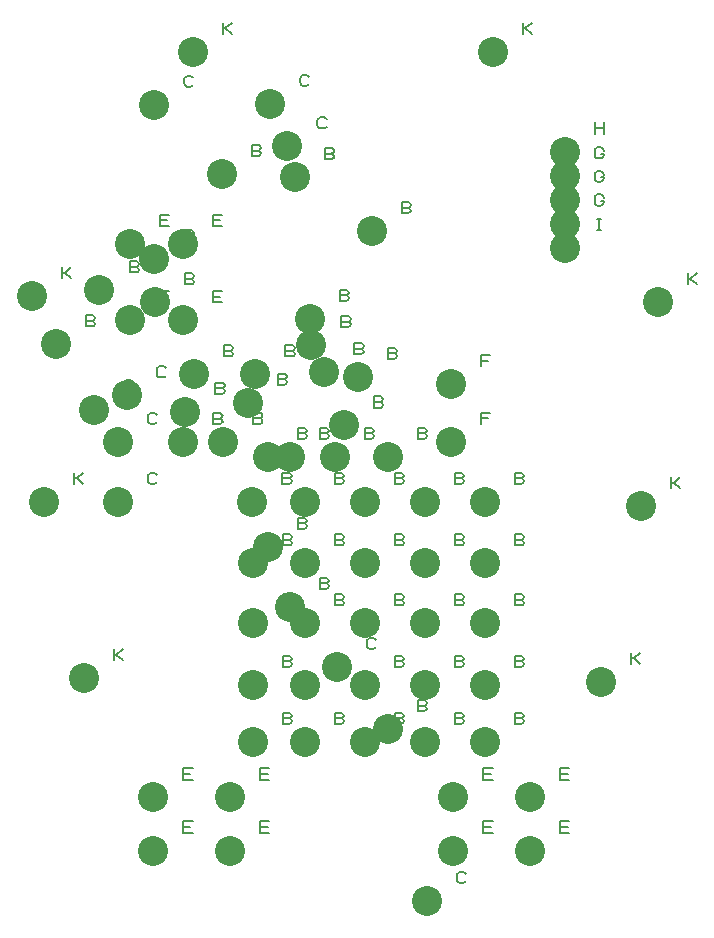
<source format=gbr>
%FSLAX23Y23*%
%MOIN*%
G04 EasyPC Gerber Version 17.0 Build 3379 *
%ADD70C,0.00500*%
%ADD19C,0.10000*%
X0Y0D02*
D02*
D19*
X253Y2513D03*
X293Y1828D03*
X333Y2353D03*
X425Y1240D03*
X458Y2135D03*
X477Y2533D03*
X538Y1828D03*
Y2028D03*
X568Y2183D03*
X578Y2433D03*
Y2688D03*
X656Y665D03*
Y842D03*
X659Y3151D03*
X661Y2637D03*
X663Y2493D03*
X755Y2433D03*
Y2688D03*
X756Y2027D03*
X764Y2128D03*
X788Y3328D03*
X793Y2253D03*
X886Y2920D03*
X890Y2028D03*
X913Y665D03*
Y842D03*
X972Y2158D03*
X987Y1828D03*
X988Y1028D03*
Y1218D03*
Y1423D03*
Y1623D03*
X997Y2253D03*
X1038Y1678D03*
Y1978D03*
X1045Y3154D03*
X1103Y3013D03*
X1113Y1478D03*
Y1978D03*
X1129Y2910D03*
X1163Y1028D03*
Y1218D03*
Y1423D03*
Y1623D03*
Y1828D03*
X1178Y2438D03*
X1184Y2350D03*
X1227Y2259D03*
X1263Y1978D03*
X1268Y1278D03*
X1293Y2082D03*
X1338Y2244D03*
X1363Y1028D03*
Y1218D03*
Y1423D03*
Y1623D03*
Y1828D03*
X1385Y2729D03*
X1438Y1069D03*
Y1978D03*
X1563Y1028D03*
Y1218D03*
Y1423D03*
Y1623D03*
Y1828D03*
X1568Y498D03*
X1649Y2028D03*
Y2220D03*
X1657Y665D03*
Y842D03*
X1763Y1028D03*
Y1218D03*
Y1423D03*
Y1623D03*
Y1828D03*
X1788Y3328D03*
X1913Y665D03*
Y842D03*
X2028Y2672D03*
Y2755D03*
Y2834D03*
Y2913D03*
Y2995D03*
X2150Y1228D03*
X2283Y1813D03*
X2338Y2492D03*
D02*
D70*
X353Y2572D02*
Y2609D01*
Y2591D02*
X362D01*
X384Y2609*
X362Y2591D02*
X384Y2572D01*
X393Y1887D02*
Y1924D01*
Y1906D02*
X402D01*
X424Y1924*
X402Y1906D02*
X424Y1887D01*
X454Y2431D02*
X461Y2428D01*
X464Y2421*
X461Y2415*
X454Y2412*
X433*
Y2449*
X454*
X461Y2446*
X464Y2440*
X461Y2434*
X454Y2431*
X433*
X525Y1299D02*
Y1337D01*
Y1318D02*
X534D01*
X556Y1337*
X534Y1318D02*
X556Y1299D01*
X589Y2201D02*
X586Y2198D01*
X580Y2195*
X571*
X564Y2198*
X561Y2201*
X558Y2207*
Y2220*
X561Y2226*
X564Y2229*
X571Y2232*
X580*
X586Y2229*
X589Y2226*
X599Y2611D02*
X606Y2608D01*
X609Y2601*
X606Y2595*
X599Y2592*
X578*
Y2629*
X599*
X606Y2626*
X609Y2620*
X606Y2614*
X599Y2611*
X578*
X669Y1893D02*
X666Y1890D01*
X659Y1887*
X650*
X644Y1890*
X641Y1893*
X638Y1899*
Y1912*
X641Y1918*
X644Y1921*
X650Y1924*
X659*
X666Y1921*
X669Y1918*
Y2093D02*
X666Y2090D01*
X659Y2087*
X650*
X644Y2090*
X641Y2093*
X638Y2099*
Y2112*
X641Y2118*
X644Y2121*
X650Y2124*
X659*
X666Y2121*
X669Y2118*
X699Y2248D02*
X696Y2245D01*
X689Y2242*
X680*
X674Y2245*
X671Y2248*
X668Y2254*
Y2267*
X671Y2273*
X674Y2276*
X680Y2279*
X689*
X696Y2276*
X699Y2273*
X678Y2492D02*
Y2529D01*
X709*
X703Y2511D02*
X678D01*
Y2492D02*
X709D01*
X678Y2748D02*
Y2785D01*
X709*
X703Y2767D02*
X678D01*
Y2748D02*
X709D01*
X756Y724D02*
Y762D01*
X788*
X781Y743D02*
X756D01*
Y724D02*
X788D01*
X756Y901D02*
Y939D01*
X788*
X781Y920D02*
X756D01*
Y901D02*
X788D01*
X790Y3217D02*
X787Y3214D01*
X781Y3211*
X771*
X765Y3214*
X762Y3217*
X759Y3223*
Y3236*
X762Y3242*
X765Y3245*
X771Y3248*
X781*
X787Y3245*
X790Y3242*
X783Y2715D02*
X790Y2712D01*
X793Y2706*
X790Y2700*
X783Y2696*
X761*
Y2734*
X783*
X790Y2731*
X793Y2725*
X790Y2718*
X783Y2715*
X761*
X784Y2571D02*
X791Y2568D01*
X794Y2561*
X791Y2555*
X784Y2552*
X763*
Y2589*
X784*
X791Y2586*
X794Y2580*
X791Y2574*
X784Y2571*
X763*
X855Y2492D02*
Y2529D01*
X886*
X880Y2511D02*
X855D01*
Y2492D02*
X886D01*
X855Y2748D02*
Y2785D01*
X886*
X880Y2767D02*
X855D01*
Y2748D02*
X886D01*
X878Y2105D02*
X884Y2102D01*
X888Y2095*
X884Y2089*
X878Y2086*
X856*
Y2124*
X878*
X884Y2120*
X888Y2114*
X884Y2108*
X878Y2105*
X856*
X886Y2206D02*
X892Y2203D01*
X895Y2197*
X892Y2190*
X886Y2187*
X864*
Y2225*
X886*
X892Y2222*
X895Y2215*
X892Y2209*
X886Y2206*
X864*
X888Y3387D02*
Y3424D01*
Y3406D02*
X897D01*
X919Y3424*
X897Y3406D02*
X919Y3387D01*
X914Y2331D02*
X921Y2328D01*
X924Y2321*
X921Y2315*
X914Y2312*
X892*
Y2349*
X914*
X921Y2346*
X924Y2340*
X921Y2334*
X914Y2331*
X892*
X1008Y2998D02*
X1014Y2995D01*
X1017Y2989*
X1014Y2983*
X1008Y2980*
X986*
Y3017*
X1008*
X1014Y3014*
X1017Y3008*
X1014Y3002*
X1008Y2998*
X986*
X1012Y2106D02*
X1018Y2103D01*
X1021Y2097*
X1018Y2090*
X1012Y2087*
X990*
Y2125*
X1012*
X1018Y2122*
X1021Y2115*
X1018Y2109*
X1012Y2106*
X990*
X1013Y724D02*
Y762D01*
X1044*
X1038Y743D02*
X1013D01*
Y724D02*
X1044D01*
X1013Y901D02*
Y939D01*
X1044*
X1038Y920D02*
X1013D01*
Y901D02*
X1044D01*
X1094Y2236D02*
X1100Y2233D01*
X1103Y2227*
X1100Y2220*
X1094Y2217*
X1072*
Y2255*
X1094*
X1100Y2252*
X1103Y2245*
X1100Y2239*
X1094Y2236*
X1072*
X1109Y1906D02*
X1115Y1903D01*
X1118Y1896*
X1115Y1890*
X1109Y1887*
X1087*
Y1924*
X1109*
X1115Y1921*
X1118Y1915*
X1115Y1909*
X1109Y1906*
X1087*
X1109Y1106D02*
X1116Y1103D01*
X1119Y1096*
X1116Y1090*
X1109Y1087*
X1088*
Y1124*
X1109*
X1116Y1121*
X1119Y1115*
X1116Y1109*
X1109Y1106*
X1088*
X1109Y1296D02*
X1116Y1293D01*
X1119Y1286*
X1116Y1280*
X1109Y1277*
X1088*
Y1314*
X1109*
X1116Y1311*
X1119Y1305*
X1116Y1299*
X1109Y1296*
X1088*
X1109Y1501D02*
X1116Y1498D01*
X1119Y1491*
X1116Y1485*
X1109Y1482*
X1088*
Y1519*
X1109*
X1116Y1516*
X1119Y1510*
X1116Y1504*
X1109Y1501*
X1088*
X1109Y1701D02*
X1116Y1698D01*
X1119Y1691*
X1116Y1685*
X1109Y1682*
X1088*
Y1719*
X1109*
X1116Y1716*
X1119Y1710*
X1116Y1704*
X1109Y1701*
X1088*
X1119Y2331D02*
X1125Y2328D01*
X1128Y2321*
X1125Y2315*
X1119Y2312*
X1097*
Y2350*
X1119*
X1125Y2346*
X1128Y2340*
X1125Y2334*
X1119Y2331*
X1097*
X1159Y1756D02*
X1166Y1753D01*
X1169Y1746*
X1166Y1740*
X1159Y1737*
X1138*
Y1774*
X1159*
X1166Y1771*
X1169Y1765*
X1166Y1759*
X1159Y1756*
X1138*
X1159Y2056D02*
X1166Y2053D01*
X1169Y2046*
X1166Y2040*
X1159Y2037*
X1138*
Y2074*
X1159*
X1166Y2071*
X1169Y2065*
X1166Y2059*
X1159Y2056*
X1138*
X1176Y3219D02*
X1173Y3216D01*
X1166Y3213*
X1157*
X1151Y3216*
X1148Y3219*
X1145Y3226*
Y3238*
X1148Y3244*
X1151Y3247*
X1157Y3251*
X1166*
X1173Y3247*
X1176Y3244*
X1235Y3078D02*
X1231Y3075D01*
X1225Y3072*
X1216*
X1210Y3075*
X1206Y3078*
X1203Y3085*
Y3097*
X1206Y3103*
X1210Y3106*
X1216Y3110*
X1225*
X1231Y3106*
X1235Y3103*
X1234Y1556D02*
X1241Y1553D01*
X1244Y1546*
X1241Y1540*
X1234Y1537*
X1213*
Y1574*
X1234*
X1241Y1571*
X1244Y1565*
X1241Y1559*
X1234Y1556*
X1213*
X1234Y2056D02*
X1241Y2053D01*
X1244Y2046*
X1241Y2040*
X1234Y2037*
X1213*
Y2074*
X1234*
X1241Y2071*
X1244Y2065*
X1241Y2059*
X1234Y2056*
X1213*
X1251Y2988D02*
X1258Y2985D01*
X1261Y2979*
X1258Y2973*
X1251Y2970*
X1229*
Y3007*
X1251*
X1258Y3004*
X1261Y2998*
X1258Y2992*
X1251Y2988*
X1229*
X1284Y1106D02*
X1291Y1103D01*
X1294Y1096*
X1291Y1090*
X1284Y1087*
X1263*
Y1124*
X1284*
X1291Y1121*
X1294Y1115*
X1291Y1109*
X1284Y1106*
X1263*
X1284Y1296D02*
X1291Y1293D01*
X1294Y1286*
X1291Y1280*
X1284Y1277*
X1263*
Y1314*
X1284*
X1291Y1311*
X1294Y1305*
X1291Y1299*
X1284Y1296*
X1263*
X1284Y1501D02*
X1291Y1498D01*
X1294Y1491*
X1291Y1485*
X1284Y1482*
X1263*
Y1519*
X1284*
X1291Y1516*
X1294Y1510*
X1291Y1504*
X1284Y1501*
X1263*
X1284Y1701D02*
X1291Y1698D01*
X1294Y1691*
X1291Y1685*
X1284Y1682*
X1263*
Y1719*
X1284*
X1291Y1716*
X1294Y1710*
X1291Y1704*
X1284Y1701*
X1263*
X1284Y1906D02*
X1291Y1903D01*
X1294Y1896*
X1291Y1890*
X1284Y1887*
X1263*
Y1924*
X1284*
X1291Y1921*
X1294Y1915*
X1291Y1909*
X1284Y1906*
X1263*
X1299Y2516D02*
X1306Y2513D01*
X1309Y2506*
X1306Y2500*
X1299Y2497*
X1278*
Y2534*
X1299*
X1306Y2531*
X1309Y2525*
X1306Y2519*
X1299Y2516*
X1278*
X1306Y2428D02*
X1313Y2425D01*
X1316Y2419*
X1313Y2412*
X1306Y2409*
X1284*
Y2447*
X1306*
X1313Y2444*
X1316Y2437*
X1313Y2431*
X1306Y2428*
X1284*
X1349Y2338D02*
X1356Y2334D01*
X1359Y2328*
X1356Y2322*
X1349Y2319*
X1327*
Y2356*
X1349*
X1356Y2353*
X1359Y2347*
X1356Y2341*
X1349Y2338*
X1327*
X1384Y2056D02*
X1391Y2053D01*
X1394Y2046*
X1391Y2040*
X1384Y2037*
X1363*
Y2074*
X1384*
X1391Y2071*
X1394Y2065*
X1391Y2059*
X1384Y2056*
X1363*
X1399Y1343D02*
X1396Y1340D01*
X1389Y1337*
X1380*
X1374Y1340*
X1371Y1343*
X1368Y1349*
Y1362*
X1371Y1368*
X1374Y1371*
X1380Y1374*
X1389*
X1396Y1371*
X1399Y1368*
X1415Y2160D02*
X1421Y2157D01*
X1424Y2150*
X1421Y2144*
X1415Y2141*
X1393*
Y2179*
X1415*
X1421Y2175*
X1424Y2169*
X1421Y2163*
X1415Y2160*
X1393*
X1460Y2322D02*
X1466Y2319D01*
X1469Y2313*
X1466Y2306*
X1460Y2303*
X1438*
Y2341*
X1460*
X1466Y2338*
X1469Y2331*
X1466Y2325*
X1460Y2322*
X1438*
X1484Y1106D02*
X1491Y1103D01*
X1494Y1096*
X1491Y1090*
X1484Y1087*
X1463*
Y1124*
X1484*
X1491Y1121*
X1494Y1115*
X1491Y1109*
X1484Y1106*
X1463*
X1484Y1296D02*
X1491Y1293D01*
X1494Y1286*
X1491Y1280*
X1484Y1277*
X1463*
Y1314*
X1484*
X1491Y1311*
X1494Y1305*
X1491Y1299*
X1484Y1296*
X1463*
X1484Y1501D02*
X1491Y1498D01*
X1494Y1491*
X1491Y1485*
X1484Y1482*
X1463*
Y1519*
X1484*
X1491Y1516*
X1494Y1510*
X1491Y1504*
X1484Y1501*
X1463*
X1484Y1701D02*
X1491Y1698D01*
X1494Y1691*
X1491Y1685*
X1484Y1682*
X1463*
Y1719*
X1484*
X1491Y1716*
X1494Y1710*
X1491Y1704*
X1484Y1701*
X1463*
X1484Y1906D02*
X1491Y1903D01*
X1494Y1896*
X1491Y1890*
X1484Y1887*
X1463*
Y1924*
X1484*
X1491Y1921*
X1494Y1915*
X1491Y1909*
X1484Y1906*
X1463*
X1507Y2808D02*
X1513Y2804D01*
X1517Y2798*
X1513Y2792*
X1507Y2789*
X1485*
Y2826*
X1507*
X1513Y2823*
X1517Y2817*
X1513Y2811*
X1507Y2808*
X1485*
X1559Y1148D02*
X1566Y1144D01*
X1569Y1138*
X1566Y1132*
X1559Y1129*
X1538*
Y1166*
X1559*
X1566Y1163*
X1569Y1157*
X1566Y1151*
X1559Y1148*
X1538*
X1559Y2056D02*
X1566Y2053D01*
X1569Y2046*
X1566Y2040*
X1559Y2037*
X1538*
Y2074*
X1559*
X1566Y2071*
X1569Y2065*
X1566Y2059*
X1559Y2056*
X1538*
X1684Y1106D02*
X1691Y1103D01*
X1694Y1096*
X1691Y1090*
X1684Y1087*
X1663*
Y1124*
X1684*
X1691Y1121*
X1694Y1115*
X1691Y1109*
X1684Y1106*
X1663*
X1684Y1296D02*
X1691Y1293D01*
X1694Y1286*
X1691Y1280*
X1684Y1277*
X1663*
Y1314*
X1684*
X1691Y1311*
X1694Y1305*
X1691Y1299*
X1684Y1296*
X1663*
X1684Y1501D02*
X1691Y1498D01*
X1694Y1491*
X1691Y1485*
X1684Y1482*
X1663*
Y1519*
X1684*
X1691Y1516*
X1694Y1510*
X1691Y1504*
X1684Y1501*
X1663*
X1684Y1701D02*
X1691Y1698D01*
X1694Y1691*
X1691Y1685*
X1684Y1682*
X1663*
Y1719*
X1684*
X1691Y1716*
X1694Y1710*
X1691Y1704*
X1684Y1701*
X1663*
X1684Y1906D02*
X1691Y1903D01*
X1694Y1896*
X1691Y1890*
X1684Y1887*
X1663*
Y1924*
X1684*
X1691Y1921*
X1694Y1915*
X1691Y1909*
X1684Y1906*
X1663*
X1699Y563D02*
X1696Y560D01*
X1689Y557*
X1680*
X1674Y560*
X1671Y563*
X1668Y569*
Y582*
X1671Y588*
X1674Y591*
X1680Y594*
X1689*
X1696Y591*
X1699Y588*
X1749Y2087D02*
Y2125D01*
X1780*
X1774Y2106D02*
X1749D01*
Y2279D02*
Y2317D01*
X1780*
X1774Y2298D02*
X1749D01*
X1756Y724D02*
Y762D01*
X1788*
X1782Y743D02*
X1756D01*
Y724D02*
X1788D01*
X1756Y901D02*
Y939D01*
X1788*
X1782Y920D02*
X1756D01*
Y901D02*
X1788D01*
X1884Y1106D02*
X1891Y1103D01*
X1894Y1096*
X1891Y1090*
X1884Y1087*
X1863*
Y1124*
X1884*
X1891Y1121*
X1894Y1115*
X1891Y1109*
X1884Y1106*
X1863*
X1884Y1296D02*
X1891Y1293D01*
X1894Y1286*
X1891Y1280*
X1884Y1277*
X1863*
Y1314*
X1884*
X1891Y1311*
X1894Y1305*
X1891Y1299*
X1884Y1296*
X1863*
X1884Y1501D02*
X1891Y1498D01*
X1894Y1491*
X1891Y1485*
X1884Y1482*
X1863*
Y1519*
X1884*
X1891Y1516*
X1894Y1510*
X1891Y1504*
X1884Y1501*
X1863*
X1884Y1701D02*
X1891Y1698D01*
X1894Y1691*
X1891Y1685*
X1884Y1682*
X1863*
Y1719*
X1884*
X1891Y1716*
X1894Y1710*
X1891Y1704*
X1884Y1701*
X1863*
X1884Y1906D02*
X1891Y1903D01*
X1894Y1896*
X1891Y1890*
X1884Y1887*
X1863*
Y1924*
X1884*
X1891Y1921*
X1894Y1915*
X1891Y1909*
X1884Y1906*
X1863*
X1888Y3387D02*
Y3424D01*
Y3406D02*
X1897D01*
X1919Y3424*
X1897Y3406D02*
X1919Y3387D01*
X2013Y724D02*
Y762D01*
X2044*
X2038Y743D02*
X2013D01*
Y724D02*
X2044D01*
X2013Y901D02*
Y939D01*
X2044*
X2038Y920D02*
X2013D01*
Y901D02*
X2044D01*
X2137Y2732D02*
X2150D01*
X2144D02*
Y2769D01*
X2137D02*
X2150D01*
Y2830D02*
X2159D01*
Y2827*
X2156Y2821*
X2153Y2818*
X2147Y2814*
X2141*
X2134Y2818*
X2131Y2821*
X2128Y2827*
Y2839*
X2131Y2846*
X2134Y2849*
X2141Y2852*
X2147*
X2153Y2849*
X2156Y2846*
X2159Y2839*
X2150Y2909D02*
X2159D01*
Y2906*
X2156Y2899*
X2153Y2896*
X2147Y2893*
X2141*
X2134Y2896*
X2131Y2899*
X2128Y2906*
Y2918*
X2131Y2924*
X2134Y2928*
X2141Y2931*
X2147*
X2153Y2928*
X2156Y2924*
X2159Y2918*
X2150Y2988D02*
X2159D01*
Y2984*
X2156Y2978*
X2153Y2975*
X2147Y2972*
X2141*
X2134Y2975*
X2131Y2978*
X2128Y2984*
Y2997*
X2131Y3003*
X2134Y3006*
X2141Y3009*
X2147*
X2153Y3006*
X2156Y3003*
X2159Y2997*
X2128Y3055D02*
Y3092D01*
Y3073D02*
X2159D01*
Y3055D02*
Y3092D01*
X2250Y1287D02*
Y1324D01*
Y1306D02*
X2259D01*
X2281Y1324*
X2259Y1306D02*
X2281Y1287D01*
X2383Y1872D02*
Y1909D01*
Y1891D02*
X2392D01*
X2414Y1909*
X2392Y1891D02*
X2414Y1872D01*
X2438Y2552D02*
Y2589D01*
Y2570D02*
X2447D01*
X2469Y2589*
X2447Y2570D02*
X2469Y2552D01*
X0Y0D02*
M02*

</source>
